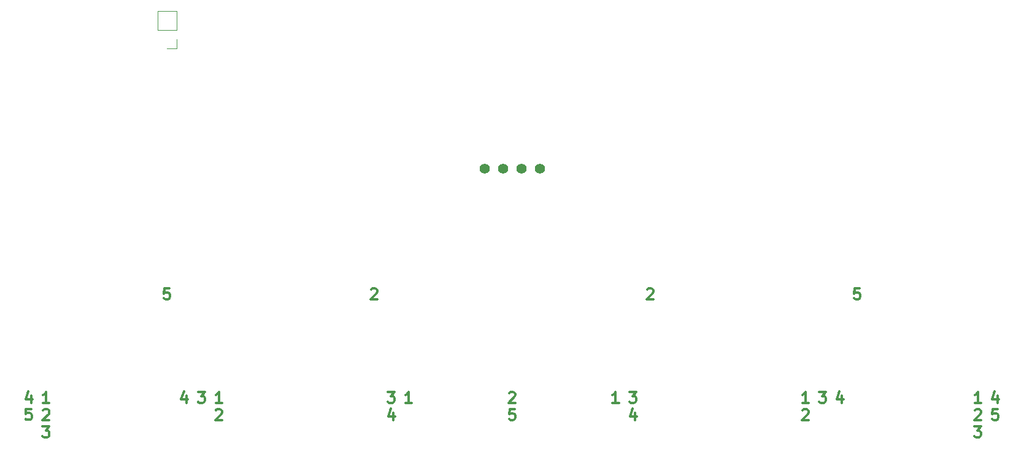
<source format=gto>
%TF.GenerationSoftware,KiCad,Pcbnew,(6.0.5)*%
%TF.CreationDate,2022-09-22T21:34:51-04:00*%
%TF.ProjectId,vault35_alpha-rounded,7661756c-7433-4355-9f61-6c7068612d72,rev?*%
%TF.SameCoordinates,Original*%
%TF.FileFunction,Legend,Top*%
%TF.FilePolarity,Positive*%
%FSLAX46Y46*%
G04 Gerber Fmt 4.6, Leading zero omitted, Abs format (unit mm)*
G04 Created by KiCad (PCBNEW (6.0.5)) date 2022-09-22 21:34:51*
%MOMM*%
%LPD*%
G01*
G04 APERTURE LIST*
%ADD10C,0.300000*%
%ADD11C,0.120000*%
%ADD12C,1.397000*%
G04 APERTURE END LIST*
D10*
X205144642Y-111097321D02*
X204430357Y-111097321D01*
X204358928Y-111811607D01*
X204430357Y-111740178D01*
X204573214Y-111668750D01*
X204930357Y-111668750D01*
X205073214Y-111740178D01*
X205144642Y-111811607D01*
X205216071Y-111954464D01*
X205216071Y-112311607D01*
X205144642Y-112454464D01*
X205073214Y-112525892D01*
X204930357Y-112597321D01*
X204573214Y-112597321D01*
X204430357Y-112525892D01*
X204358928Y-112454464D01*
X109894642Y-111097321D02*
X109180357Y-111097321D01*
X109108928Y-111811607D01*
X109180357Y-111740178D01*
X109323214Y-111668750D01*
X109680357Y-111668750D01*
X109823214Y-111740178D01*
X109894642Y-111811607D01*
X109966071Y-111954464D01*
X109966071Y-112311607D01*
X109894642Y-112454464D01*
X109823214Y-112525892D01*
X109680357Y-112597321D01*
X109323214Y-112597321D01*
X109180357Y-112525892D01*
X109108928Y-112454464D01*
X175783928Y-111240178D02*
X175855357Y-111168750D01*
X175998214Y-111097321D01*
X176355357Y-111097321D01*
X176498214Y-111168750D01*
X176569642Y-111240178D01*
X176641071Y-111383035D01*
X176641071Y-111525892D01*
X176569642Y-111740178D01*
X175712500Y-112597321D01*
X176641071Y-112597321D01*
X137683928Y-111240178D02*
X137755357Y-111168750D01*
X137898214Y-111097321D01*
X138255357Y-111097321D01*
X138398214Y-111168750D01*
X138469642Y-111240178D01*
X138541071Y-111383035D01*
X138541071Y-111525892D01*
X138469642Y-111740178D01*
X137612500Y-112597321D01*
X138541071Y-112597321D01*
X157519642Y-127766071D02*
X156805357Y-127766071D01*
X156733928Y-128480357D01*
X156805357Y-128408928D01*
X156948214Y-128337500D01*
X157305357Y-128337500D01*
X157448214Y-128408928D01*
X157519642Y-128480357D01*
X157591071Y-128623214D01*
X157591071Y-128980357D01*
X157519642Y-129123214D01*
X157448214Y-129194642D01*
X157305357Y-129266071D01*
X156948214Y-129266071D01*
X156805357Y-129194642D01*
X156733928Y-129123214D01*
X90790932Y-127741094D02*
X90076647Y-127741094D01*
X90005218Y-128455380D01*
X90076647Y-128383951D01*
X90219504Y-128312523D01*
X90576647Y-128312523D01*
X90719504Y-128383951D01*
X90790932Y-128455380D01*
X90862361Y-128598237D01*
X90862361Y-128955380D01*
X90790932Y-129098237D01*
X90719504Y-129169665D01*
X90576647Y-129241094D01*
X90219504Y-129241094D01*
X90076647Y-129169665D01*
X90005218Y-129098237D01*
X224194642Y-127766071D02*
X223480357Y-127766071D01*
X223408928Y-128480357D01*
X223480357Y-128408928D01*
X223623214Y-128337500D01*
X223980357Y-128337500D01*
X224123214Y-128408928D01*
X224194642Y-128480357D01*
X224266071Y-128623214D01*
X224266071Y-128980357D01*
X224194642Y-129123214D01*
X224123214Y-129194642D01*
X223980357Y-129266071D01*
X223623214Y-129266071D01*
X223480357Y-129194642D01*
X223408928Y-129123214D01*
X224123214Y-125884821D02*
X224123214Y-126884821D01*
X223766071Y-125313392D02*
X223408928Y-126384821D01*
X224337500Y-126384821D01*
X202691964Y-125884821D02*
X202691964Y-126884821D01*
X202334821Y-125313392D02*
X201977678Y-126384821D01*
X202906250Y-126384821D01*
X174116964Y-128266071D02*
X174116964Y-129266071D01*
X173759821Y-127694642D02*
X173402678Y-128766071D01*
X174331250Y-128766071D01*
X90773214Y-125884821D02*
X90773214Y-126884821D01*
X90416071Y-125313392D02*
X90058928Y-126384821D01*
X90987500Y-126384821D01*
X112204464Y-125884821D02*
X112204464Y-126884821D01*
X111847321Y-125313392D02*
X111490178Y-126384821D01*
X112418750Y-126384821D01*
X140779464Y-128266071D02*
X140779464Y-129266071D01*
X140422321Y-127694642D02*
X140065178Y-128766071D01*
X140993750Y-128766071D01*
X220956250Y-130147321D02*
X221884821Y-130147321D01*
X221384821Y-130718750D01*
X221599107Y-130718750D01*
X221741964Y-130790178D01*
X221813392Y-130861607D01*
X221884821Y-131004464D01*
X221884821Y-131361607D01*
X221813392Y-131504464D01*
X221741964Y-131575892D01*
X221599107Y-131647321D01*
X221170535Y-131647321D01*
X221027678Y-131575892D01*
X220956250Y-131504464D01*
X199525000Y-125384821D02*
X200453571Y-125384821D01*
X199953571Y-125956250D01*
X200167857Y-125956250D01*
X200310714Y-126027678D01*
X200382142Y-126099107D01*
X200453571Y-126241964D01*
X200453571Y-126599107D01*
X200382142Y-126741964D01*
X200310714Y-126813392D01*
X200167857Y-126884821D01*
X199739285Y-126884821D01*
X199596428Y-126813392D01*
X199525000Y-126741964D01*
X92368750Y-130147321D02*
X93297321Y-130147321D01*
X92797321Y-130718750D01*
X93011607Y-130718750D01*
X93154464Y-130790178D01*
X93225892Y-130861607D01*
X93297321Y-131004464D01*
X93297321Y-131361607D01*
X93225892Y-131504464D01*
X93154464Y-131575892D01*
X93011607Y-131647321D01*
X92583035Y-131647321D01*
X92440178Y-131575892D01*
X92368750Y-131504464D01*
X113800000Y-125384821D02*
X114728571Y-125384821D01*
X114228571Y-125956250D01*
X114442857Y-125956250D01*
X114585714Y-126027678D01*
X114657142Y-126099107D01*
X114728571Y-126241964D01*
X114728571Y-126599107D01*
X114657142Y-126741964D01*
X114585714Y-126813392D01*
X114442857Y-126884821D01*
X114014285Y-126884821D01*
X113871428Y-126813392D01*
X113800000Y-126741964D01*
X173331250Y-125384821D02*
X174259821Y-125384821D01*
X173759821Y-125956250D01*
X173974107Y-125956250D01*
X174116964Y-126027678D01*
X174188392Y-126099107D01*
X174259821Y-126241964D01*
X174259821Y-126599107D01*
X174188392Y-126741964D01*
X174116964Y-126813392D01*
X173974107Y-126884821D01*
X173545535Y-126884821D01*
X173402678Y-126813392D01*
X173331250Y-126741964D01*
X139993750Y-125384821D02*
X140922321Y-125384821D01*
X140422321Y-125956250D01*
X140636607Y-125956250D01*
X140779464Y-126027678D01*
X140850892Y-126099107D01*
X140922321Y-126241964D01*
X140922321Y-126599107D01*
X140850892Y-126741964D01*
X140779464Y-126813392D01*
X140636607Y-126884821D01*
X140208035Y-126884821D01*
X140065178Y-126813392D01*
X139993750Y-126741964D01*
X221027678Y-127908928D02*
X221099107Y-127837500D01*
X221241964Y-127766071D01*
X221599107Y-127766071D01*
X221741964Y-127837500D01*
X221813392Y-127908928D01*
X221884821Y-128051785D01*
X221884821Y-128194642D01*
X221813392Y-128408928D01*
X220956250Y-129266071D01*
X221884821Y-129266071D01*
X197215178Y-127908928D02*
X197286607Y-127837500D01*
X197429464Y-127766071D01*
X197786607Y-127766071D01*
X197929464Y-127837500D01*
X198000892Y-127908928D01*
X198072321Y-128051785D01*
X198072321Y-128194642D01*
X198000892Y-128408928D01*
X197143750Y-129266071D01*
X198072321Y-129266071D01*
X92440178Y-127908928D02*
X92511607Y-127837500D01*
X92654464Y-127766071D01*
X93011607Y-127766071D01*
X93154464Y-127837500D01*
X93225892Y-127908928D01*
X93297321Y-128051785D01*
X93297321Y-128194642D01*
X93225892Y-128408928D01*
X92368750Y-129266071D01*
X93297321Y-129266071D01*
X116252678Y-127908928D02*
X116324107Y-127837500D01*
X116466964Y-127766071D01*
X116824107Y-127766071D01*
X116966964Y-127837500D01*
X117038392Y-127908928D01*
X117109821Y-128051785D01*
X117109821Y-128194642D01*
X117038392Y-128408928D01*
X116181250Y-129266071D01*
X117109821Y-129266071D01*
X156733928Y-125527678D02*
X156805357Y-125456250D01*
X156948214Y-125384821D01*
X157305357Y-125384821D01*
X157448214Y-125456250D01*
X157519642Y-125527678D01*
X157591071Y-125670535D01*
X157591071Y-125813392D01*
X157519642Y-126027678D01*
X156662500Y-126884821D01*
X157591071Y-126884821D01*
X93297321Y-126884821D02*
X92440178Y-126884821D01*
X92868750Y-126884821D02*
X92868750Y-125384821D01*
X92725892Y-125599107D01*
X92583035Y-125741964D01*
X92440178Y-125813392D01*
X117109821Y-126884821D02*
X116252678Y-126884821D01*
X116681250Y-126884821D02*
X116681250Y-125384821D01*
X116538392Y-125599107D01*
X116395535Y-125741964D01*
X116252678Y-125813392D01*
X198072321Y-126884821D02*
X197215178Y-126884821D01*
X197643750Y-126884821D02*
X197643750Y-125384821D01*
X197500892Y-125599107D01*
X197358035Y-125741964D01*
X197215178Y-125813392D01*
X221884821Y-126884821D02*
X221027678Y-126884821D01*
X221456250Y-126884821D02*
X221456250Y-125384821D01*
X221313392Y-125599107D01*
X221170535Y-125741964D01*
X221027678Y-125813392D01*
X143303571Y-126884821D02*
X142446428Y-126884821D01*
X142875000Y-126884821D02*
X142875000Y-125384821D01*
X142732142Y-125599107D01*
X142589285Y-125741964D01*
X142446428Y-125813392D01*
X171878571Y-126884821D02*
X171021428Y-126884821D01*
X171450000Y-126884821D02*
X171450000Y-125384821D01*
X171307142Y-125599107D01*
X171164285Y-125741964D01*
X171021428Y-125813392D01*
D11*
%TO.C,SW5*%
X110867501Y-75406250D02*
X110867501Y-72806250D01*
X110867501Y-78006250D02*
X109537501Y-78006250D01*
X108207501Y-75406250D02*
X108207501Y-72806250D01*
X110867501Y-75406250D02*
X108207501Y-75406250D01*
X110867501Y-76676250D02*
X110867501Y-78006250D01*
X110867501Y-72806250D02*
X108207501Y-72806250D01*
%TD*%
D12*
%TO.C,OL1*%
X160972500Y-94554586D03*
X158432500Y-94554586D03*
X155892500Y-94554586D03*
X153352500Y-94554586D03*
%TD*%
M02*

</source>
